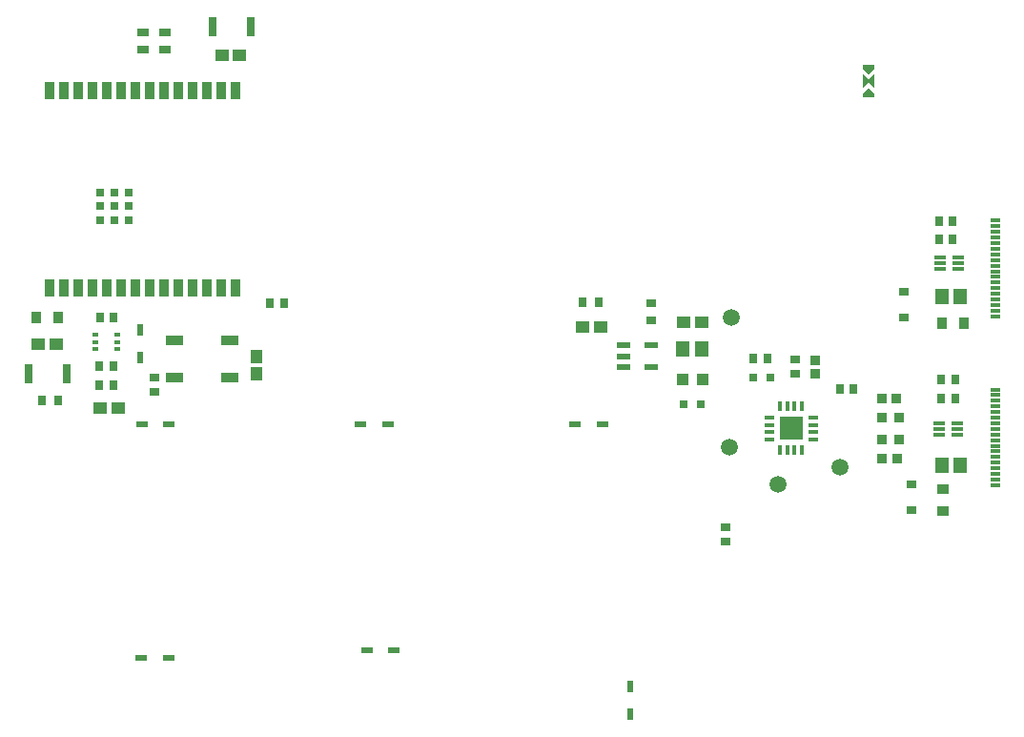
<source format=gtp>
G04*
G04 #@! TF.GenerationSoftware,Altium Limited,Altium Designer,25.4.2 (15)*
G04*
G04 Layer_Color=8421504*
%FSLAX44Y44*%
%MOMM*%
G71*
G04*
G04 #@! TF.SameCoordinates,C2DD7520-A2B9-4FCF-9691-AC0A9630E6EF*
G04*
G04*
G04 #@! TF.FilePolarity,Positive*
G04*
G01*
G75*
%ADD16R,1.2084X1.0121*%
%ADD17R,1.5000X0.9000*%
%ADD18R,1.0000X0.5000*%
%ADD19R,0.8000X0.8000*%
%ADD20R,0.9000X1.5000*%
%ADD21R,1.0000X0.8000*%
%ADD22R,0.5000X1.0000*%
%ADD23R,0.8000X0.9500*%
%ADD24R,1.2549X1.4562*%
%ADD25R,1.0121X0.8621*%
%ADD26R,0.9000X0.8000*%
%ADD27R,0.8621X1.0121*%
%ADD28R,0.9000X0.3000*%
%ADD29R,0.8582X0.8563*%
%ADD30R,0.9000X0.7500*%
%ADD31R,0.9900X0.3000*%
%ADD32R,0.7500X0.9000*%
%ADD33R,0.3500X0.8500*%
%ADD34R,0.8500X0.3500*%
%ADD35R,2.1500X2.1500*%
%ADD36C,1.5000*%
%ADD37R,0.9565X0.9621*%
%ADD38R,0.8500X0.9500*%
%ADD39R,0.8000X0.8000*%
%ADD40R,1.1500X0.6000*%
%ADD41R,0.8000X0.9000*%
%ADD42R,1.0587X1.0121*%
%ADD43R,0.9000X0.8000*%
%ADD44R,0.8000X1.7000*%
%ADD45R,0.9500X0.8000*%
%ADD46R,1.0121X1.2084*%
%ADD47R,0.5000X0.4000*%
G36*
X782395Y797378D02*
X777315Y792298D01*
X772235Y797378D01*
Y801188D01*
X782395D01*
Y797378D01*
D02*
G37*
G36*
Y780233D02*
X777315Y785313D01*
X772235Y780233D01*
Y792933D01*
X777315Y787853D01*
X782395Y792933D01*
Y780233D01*
D02*
G37*
G36*
Y775788D02*
Y771978D01*
X772235D01*
Y775788D01*
X777315Y780868D01*
X782395Y775788D01*
D02*
G37*
D16*
X629608Y572498D02*
D03*
X613571D02*
D03*
X523236Y568155D02*
D03*
X539274D02*
D03*
X55844Y552654D02*
D03*
X39807D02*
D03*
X110900Y495841D02*
D03*
X94863D02*
D03*
X203116Y809174D02*
D03*
X219154D02*
D03*
D17*
X160966Y523373D02*
D03*
X160966Y556373D02*
D03*
X209966Y556373D02*
D03*
X209966Y523373D02*
D03*
D18*
X540969Y481965D02*
D03*
X516969D02*
D03*
X332101Y281330D02*
D03*
X356101D02*
D03*
X326558Y481997D02*
D03*
X350558D02*
D03*
X132103Y481383D02*
D03*
X156103D02*
D03*
X131819Y273999D02*
D03*
X155819D02*
D03*
D19*
X120264Y687753D02*
D03*
Y675253D02*
D03*
Y662753D02*
D03*
X107764Y687753D02*
D03*
Y662753D02*
D03*
X95264Y687753D02*
D03*
Y675253D02*
D03*
Y662753D02*
D03*
X107764Y675253D02*
D03*
D20*
X50564Y777803D02*
D03*
X63264D02*
D03*
X75964D02*
D03*
X88664D02*
D03*
X101364D02*
D03*
X114064D02*
D03*
X126764D02*
D03*
X139464D02*
D03*
X152164D02*
D03*
X164864D02*
D03*
X177564D02*
D03*
X190264D02*
D03*
X202964D02*
D03*
X215664D02*
D03*
Y602803D02*
D03*
X202964D02*
D03*
X190264D02*
D03*
X177564D02*
D03*
X164864D02*
D03*
X152164D02*
D03*
X139464D02*
D03*
X126764D02*
D03*
X114064D02*
D03*
X101364D02*
D03*
X88664D02*
D03*
X75964D02*
D03*
X63264D02*
D03*
X50564D02*
D03*
D21*
X132829Y814598D02*
D03*
Y829598D02*
D03*
X152985Y814475D02*
D03*
Y829475D02*
D03*
D22*
X566121Y224503D02*
D03*
Y248503D02*
D03*
X130339Y565029D02*
D03*
Y541029D02*
D03*
D23*
X246046Y588790D02*
D03*
X258546D02*
D03*
X842221Y521365D02*
D03*
X854721D02*
D03*
X854572Y504222D02*
D03*
X842072D02*
D03*
X839855Y661719D02*
D03*
X852355D02*
D03*
X852286Y645639D02*
D03*
X839786D02*
D03*
X675323Y539640D02*
D03*
X687823D02*
D03*
X107064Y516554D02*
D03*
X94564D02*
D03*
X107018Y533130D02*
D03*
X94518D02*
D03*
X94850Y576821D02*
D03*
X107350D02*
D03*
D24*
X858938Y445549D02*
D03*
X842425D02*
D03*
X842425Y594953D02*
D03*
X858938D02*
D03*
X629213Y548368D02*
D03*
X612700D02*
D03*
D25*
X843498Y424260D02*
D03*
Y404760D02*
D03*
D26*
X815400Y405303D02*
D03*
X815400Y428303D02*
D03*
X809030Y576210D02*
D03*
Y599210D02*
D03*
D27*
X862141Y571136D02*
D03*
X842641D02*
D03*
X57661Y576139D02*
D03*
X38161D02*
D03*
D28*
X889750Y577500D02*
D03*
Y662500D02*
D03*
Y582500D02*
D03*
Y592500D02*
D03*
Y602500D02*
D03*
Y612500D02*
D03*
Y622500D02*
D03*
Y632500D02*
D03*
Y642500D02*
D03*
Y652500D02*
D03*
Y657500D02*
D03*
Y647500D02*
D03*
Y637500D02*
D03*
Y627500D02*
D03*
Y617500D02*
D03*
Y607500D02*
D03*
Y597500D02*
D03*
Y587500D02*
D03*
Y427500D02*
D03*
Y512500D02*
D03*
Y432500D02*
D03*
Y442500D02*
D03*
Y452500D02*
D03*
Y462500D02*
D03*
Y472500D02*
D03*
Y482500D02*
D03*
Y492500D02*
D03*
Y502500D02*
D03*
Y507500D02*
D03*
Y497500D02*
D03*
Y487500D02*
D03*
Y477500D02*
D03*
Y467500D02*
D03*
Y457500D02*
D03*
Y447500D02*
D03*
Y437500D02*
D03*
D29*
X729979Y538181D02*
D03*
Y526161D02*
D03*
D30*
X712081Y538880D02*
D03*
Y526880D02*
D03*
D31*
X840575Y472560D02*
D03*
Y477560D02*
D03*
Y482560D02*
D03*
X856675D02*
D03*
Y477560D02*
D03*
Y472560D02*
D03*
X841060Y619510D02*
D03*
Y624510D02*
D03*
Y629510D02*
D03*
X857160D02*
D03*
Y624510D02*
D03*
Y619510D02*
D03*
D32*
X751951Y513174D02*
D03*
X763951D02*
D03*
D33*
X698888Y458353D02*
D03*
X705388D02*
D03*
X711888D02*
D03*
X718388D02*
D03*
Y497353D02*
D03*
X711888D02*
D03*
X705388D02*
D03*
X698888D02*
D03*
D34*
X728138Y468103D02*
D03*
Y474603D02*
D03*
Y481103D02*
D03*
Y487603D02*
D03*
X689138D02*
D03*
Y481103D02*
D03*
Y474603D02*
D03*
Y468103D02*
D03*
D35*
X708638Y477853D02*
D03*
D36*
X653659Y461415D02*
D03*
X751958Y443683D02*
D03*
X697011Y427953D02*
D03*
X655966Y576266D02*
D03*
D37*
X804483Y487467D02*
D03*
X789466D02*
D03*
X804307Y468171D02*
D03*
X789290D02*
D03*
D38*
X789781Y451132D02*
D03*
X803281D02*
D03*
X789007Y504885D02*
D03*
X802507D02*
D03*
D39*
X675032Y522835D02*
D03*
X690032D02*
D03*
X613608Y499579D02*
D03*
X628608D02*
D03*
D40*
X559560Y551518D02*
D03*
Y542018D02*
D03*
Y532518D02*
D03*
X584560D02*
D03*
Y551518D02*
D03*
D41*
X523163Y590013D02*
D03*
X538163D02*
D03*
X43274Y502521D02*
D03*
X58274D02*
D03*
D42*
X630357Y521698D02*
D03*
X612823D02*
D03*
D43*
X584750Y589184D02*
D03*
Y574184D02*
D03*
D44*
X31902Y526123D02*
D03*
X65902D02*
D03*
X194890Y834369D02*
D03*
X228890D02*
D03*
D45*
X143445Y510492D02*
D03*
Y522992D02*
D03*
X650176Y390051D02*
D03*
Y377551D02*
D03*
D46*
X234283Y542144D02*
D03*
X234283Y526106D02*
D03*
D47*
X91072Y561111D02*
D03*
Y554611D02*
D03*
Y548111D02*
D03*
X110072D02*
D03*
Y554611D02*
D03*
Y561111D02*
D03*
M02*

</source>
